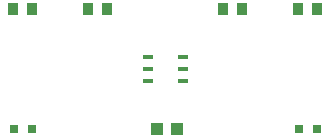
<source format=gbr>
G04 EAGLE Gerber RS-274X export*
G75*
%MOMM*%
%FSLAX34Y34*%
%LPD*%
%INSolderpaste Top*%
%IPPOS*%
%AMOC8*
5,1,8,0,0,1.08239X$1,22.5*%
G01*
%ADD10R,0.800000X0.800000*%
%ADD11R,0.949959X1.031241*%
%ADD12R,1.100000X1.000000*%
%ADD13R,0.850000X0.450000*%


D10*
X233800Y177800D03*
X248800Y177800D03*
X475100Y177800D03*
X490100Y177800D03*
D11*
X411099Y279400D03*
X427101Y279400D03*
X296799Y279400D03*
X312801Y279400D03*
D12*
X354720Y177800D03*
X371720Y177800D03*
D11*
X474599Y279400D03*
X490601Y279400D03*
X233299Y279400D03*
X249301Y279400D03*
D13*
X347450Y238600D03*
X347450Y228600D03*
X347450Y218600D03*
X376450Y238600D03*
X376450Y228600D03*
X376450Y218600D03*
M02*

</source>
